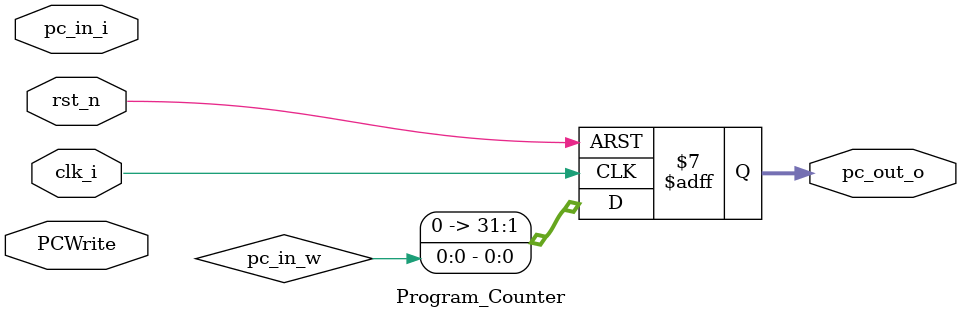
<source format=v>
module Program_Counter( clk_i, rst_n, pc_in_i, pc_out_o, PCWrite );
     
//I/O ports
input           clk_i;
input	        rst_n;
input	wire PCWrite;
input  [32-1:0] pc_in_i;
output [32-1:0] pc_out_o;
 
//Internal Signals
reg    [32-1:0] pc_out_o, pc_out_w;

//Main function
always @(posedge clk_i or negedge rst_n) begin
    if(~rst_n)	pc_out_o <= 0;
	else	 pc_out_o <= pc_in_w;
end

always @(*) begin
	if(PCWrite)	pc_out_w = pc_out_i;
	else	pc_out_w = pc_out_o;
end

endmodule
</source>
